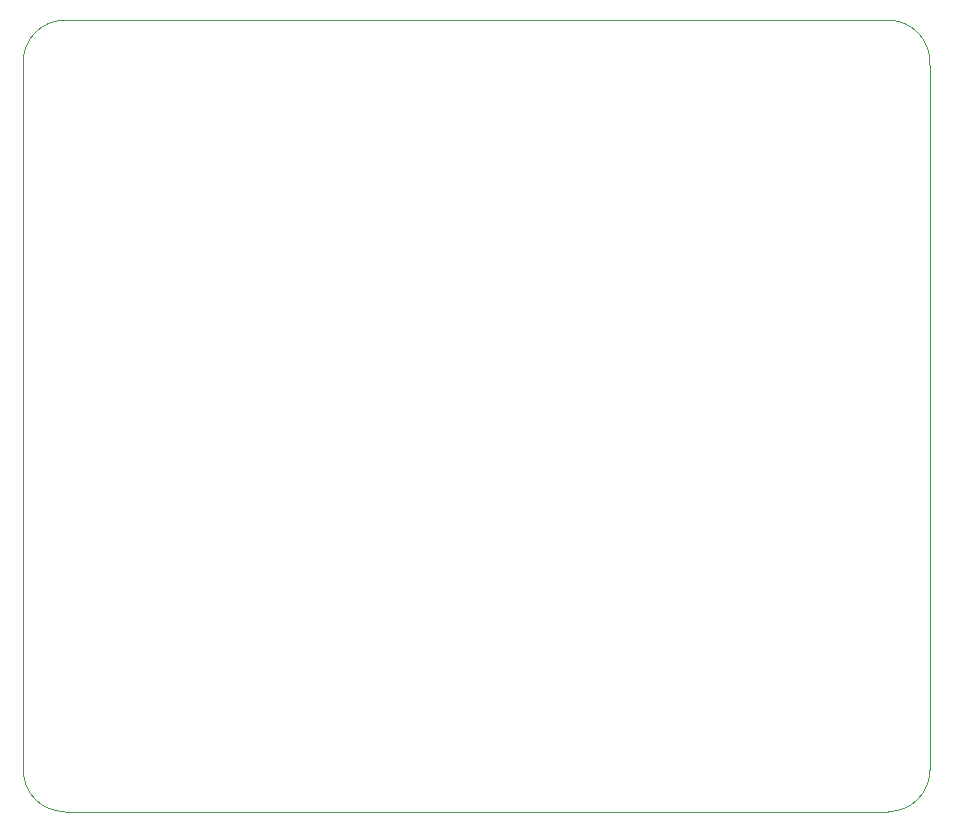
<source format=gbr>
%TF.GenerationSoftware,KiCad,Pcbnew,8.0.4*%
%TF.CreationDate,2024-12-09T12:19:11+01:00*%
%TF.ProjectId,BLDC motor controller,424c4443-206d-46f7-946f-7220636f6e74,1.1*%
%TF.SameCoordinates,Original*%
%TF.FileFunction,Profile,NP*%
%FSLAX46Y46*%
G04 Gerber Fmt 4.6, Leading zero omitted, Abs format (unit mm)*
G04 Created by KiCad (PCBNEW 8.0.4) date 2024-12-09 12:19:11*
%MOMM*%
%LPD*%
G01*
G04 APERTURE LIST*
%TA.AperFunction,Profile*%
%ADD10C,0.100000*%
%TD*%
G04 APERTURE END LIST*
D10*
X97250000Y-67500000D02*
X167000000Y-67500000D01*
X93750000Y-71000000D02*
G75*
G02*
X97250000Y-67500000I3500000J0D01*
G01*
X93750000Y-131000000D02*
X93750000Y-87500000D01*
X167000000Y-67500000D02*
G75*
G02*
X170491105Y-71249365I0J-3500000D01*
G01*
X97250000Y-134500000D02*
X167000000Y-134500000D01*
X170500000Y-131000000D02*
X170500000Y-71250000D01*
X170500000Y-131000000D02*
G75*
G02*
X167000000Y-134500000I-3500000J0D01*
G01*
X97250000Y-134500000D02*
G75*
G02*
X93750000Y-131000000I0J3500000D01*
G01*
X93750000Y-87500000D02*
X93750000Y-71000000D01*
M02*

</source>
